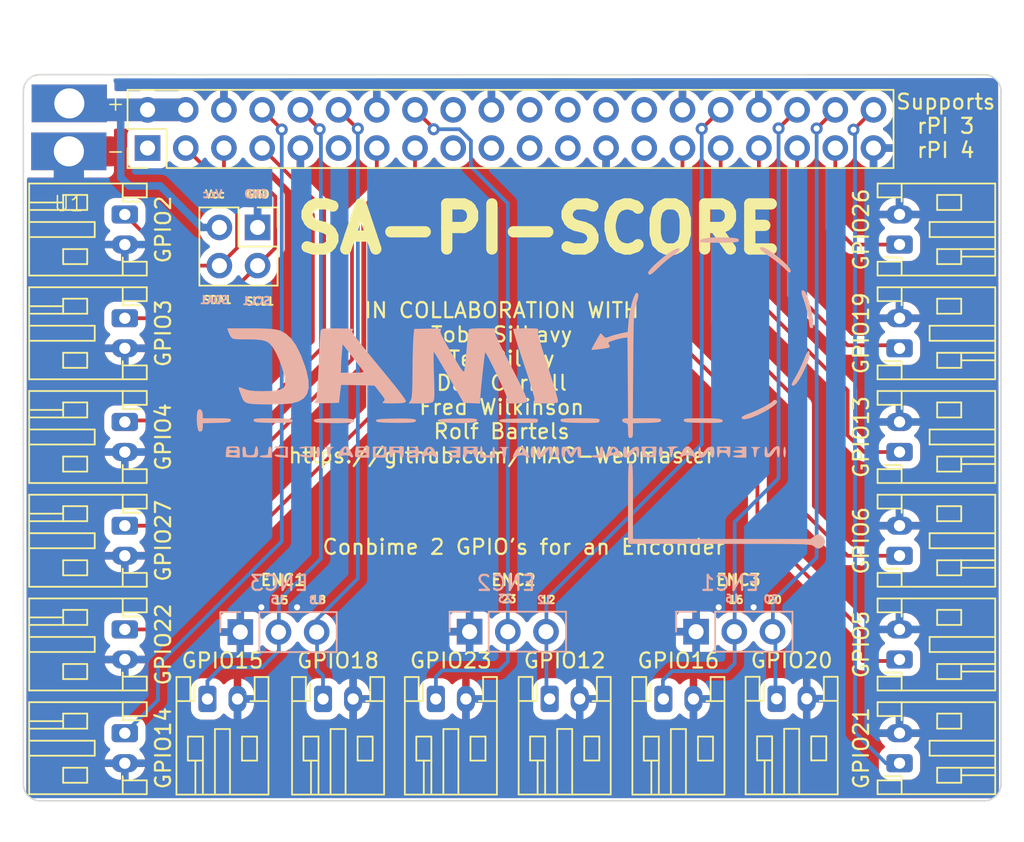
<source format=kicad_pcb>
(kicad_pcb (version 20221018) (generator pcbnew)
  (layers (0 "F.Cu" signal) (31 "B.Cu" signal) (34 "B.Paste" user) (35 "F.Paste" user) (36 "B.SilkS" user "B.Silkscreen") (37 "F.SilkS" user "F.Silkscreen") (38 "B.Mask" user) (39 "F.Mask" user) (44 "Edge.Cuts" user))
  (net 0 "")
  (net 13 "Net-(GPIO14-Pin_1)")
  (net 14 "Net-(GPIO4-Pin_1)")
  (net 15 "Net-(GPIO22-Pin_1)")
  (net 16 "Net-(GPIO27-Pin_1)")
  (net 17 "Net-(GPIO20-Pin_1)")
  (net 18 "Net-(GPIO23-Pin_1)")
  (net 19 "Net-(GPIO15-Pin_1)")
  (net 20 "Net-(GPIO18-Pin_1)")
  (net 21 "GND")
  (net 22 "Net-(GPIO12-Pin_1)")
  (net 23 "Net-(GPIO16-Pin_1)")
  (net 24 "Net-(GPIO5-Pin_1)")
  (net 25 "Net-(GPIO6-Pin_1)")
  (net 26 "Net-(GPIO13-Pin_1)")
  (net 27 "Net-(GPIO19-Pin_1)")
  (net 28 "Net-(GPIO21-Pin_1)")
  (net 29 "Net-(GPIO26-Pin_1)")
  (net 30 "Vcc")
  (net 31 "Net-(GPIO3-Pin_1)")
  (net 32 "Net-(GPIO2-Pin_1)")
  (footprint "Connector_JST:JST_PH_S2B-PH-K_1x02_P2.00mm_Horizontal" (layer "F.Cu") (at 143.625 92.525)
    (fp_text reference "GPIO23" (at 1 -2.55) (layer "F.SilkS"))
    (fp_text value "Conn_01x02_Pin")
    (pad "1" thru_hole roundrect (at 0 0) (size 1.2 1.75) (drill 0.75) (layers "*.Cu" "*.Mask") (roundrect_rratio 0.2083333333) (net 18 "Net-(GPIO23-Pin_1)"))
    (pad "2" thru_hole oval (at 2 0) (size 1.2 1.75) (drill 0.75) (layers "*.Cu" "*.Mask") (net 21 "GND"))
  )
  (footprint "Connector_JST:JST_PH_S2B-PH-K_1x02_P2.00mm_Horizontal" (layer "F.Cu") (at 158.75 92.525)
    (fp_text reference "GPIO16" (at 1 -2.55) (layer "F.SilkS"))
    (fp_text value "Conn_01x02_Pin")
    (pad "1" thru_hole roundrect (at 0 0) (size 1.2 1.75) (drill 0.75) (layers "*.Cu" "*.Mask") (roundrect_rratio 0.2083333333) (net 23 "Net-(GPIO16-Pin_1)"))
    (pad "2" thru_hole oval (at 2 0) (size 1.2 1.75) (drill 0.75) (layers "*.Cu" "*.Mask") (net 21 "GND"))
  )
  (footprint "Connector_JST:JST_PH_S2B-PH-K_1x02_P2.00mm_Horizontal" (layer "F.Cu") (at 122.95 74.1 -90)
    (fp_text reference "GPIO4" (at 1 -2.55 90) (layer "F.SilkS"))
    (fp_text value "Conn_01x02_Pin")
    (pad "1" thru_hole roundrect (at 0 0 270) (size 1.2 1.75) (drill 0.75) (layers "*.Cu" "*.Mask") (roundrect_rratio 0.2083333333) (net 14 "Net-(GPIO4-Pin_1)"))
    (pad "2" thru_hole oval (at 2 0 270) (size 1.2 1.75) (drill 0.75) (layers "*.Cu" "*.Mask") (net 21 "GND"))
  )
  (footprint "Connector_JST:JST_PH_S2B-PH-K_1x02_P2.00mm_Horizontal" (layer "F.Cu") (at 151.19 92.52)
    (fp_text reference "GPIO12" (at 1 -2.55) (layer "F.SilkS"))
    (fp_text value "Conn_01x02_Pin")
    (pad "1" thru_hole roundrect (at 0 0) (size 1.2 1.75) (drill 0.75) (layers "*.Cu" "*.Mask") (roundrect_rratio 0.2083333333) (net 22 "Net-(GPIO12-Pin_1)"))
    (pad "2" thru_hole oval (at 2 0) (size 1.2 1.75) (drill 0.75) (layers "*.Cu" "*.Mask") (net 21 "GND"))
  )
  (footprint "Connector_JST:JST_PH_S2B-PH-K_1x02_P2.00mm_Horizontal" (layer "F.Cu") (at 166.28 92.51)
    (fp_text reference "GPIO20" (at 1 -2.55) (layer "F.SilkS"))
    (fp_text value "Conn_01x02_Pin")
    (pad "1" thru_hole roundrect (at 0 0) (size 1.2 1.75) (drill 0.75) (layers "*.Cu" "*.Mask") (roundrect_rratio 0.2083333333) (net 17 "Net-(GPIO20-Pin_1)"))
    (pad "2" thru_hole oval (at 2 0) (size 1.2 1.75) (drill 0.75) (layers "*.Cu" "*.Mask") (net 21 "GND"))
  )
  (footprint "Connector_JST:JST_PH_S2B-PH-K_1x02_P2.00mm_Horizontal" (layer "F.Cu") (at 174.45 89.9 90)
    (fp_text reference "GPIO5" (at 1 -2.55 90) (layer "F.SilkS"))
    (fp_text value "Conn_01x02_Pin")
    (pad "1" thru_hole roundrect (at 0 0 90) (size 1.2 1.75) (drill 0.75) (layers "*.Cu" "*.Mask") (roundrect_rratio 0.2083333333) (net 24 "Net-(GPIO5-Pin_1)"))
    (pad "2" thru_hole oval (at 2 0 90) (size 1.2 1.75) (drill 0.75) (layers "*.Cu" "*.Mask") (net 21 "GND"))
  )
  (footprint "Connector_JST:JST_PH_S2B-PH-K_1x02_P2.00mm_Horizontal" (layer "F.Cu") (at 122.95 87.9 -90)
    (fp_text reference "GPIO22" (at 1 -2.55 90) (layer "F.SilkS"))
    (fp_text value "Conn_01x02_Pin")
    (pad "1" thru_hole roundrect (at 0 0 270) (size 1.2 1.75) (drill 0.75) (layers "*.Cu" "*.Mask") (roundrect_rratio 0.2083333333) (net 15 "Net-(GPIO22-Pin_1)"))
    (pad "2" thru_hole oval (at 2 0 270) (size 1.2 1.75) (drill 0.75) (layers "*.Cu" "*.Mask") (net 21 "GND"))
  )
  (footprint "Connector_PinHeader_2.54mm:PinHeader_2x20_P2.54mm_Vertical" (layer "F.Cu") (at 124.46 55.88 90)
    (fp_text reference "J1" hide)
    (fp_text value "Conn_02x20_Odd_Even")
    (pad "1" thru_hole rect (at 0 0 90) (size 1.7 1.7) (drill 1) (layers "*.Cu" "*.Mask"))
    (pad "2" thru_hole oval (at 2.54 0 90) (size 1.7 1.7) (drill 1) (layers "*.Cu" "*.Mask") (net 30 "Vcc"))
    (pad "3" thru_hole oval (at 0 2.54 90) (size 1.7 1.7) (drill 1) (layers "*.Cu" "*.Mask") (net 32 "Net-(GPIO2-Pin_1)"))
    (pad "4" thru_hole oval (at 2.54 2.54 90) (size 1.7 1.7) (drill 1) (layers "*.Cu" "*.Mask") (net 30 "Vcc"))
    (pad "5" thru_hole oval (at 0 5.08 90) (size 1.7 1.7) (drill 1) (layers "*.Cu" "*.Mask") (net 31 "Net-(GPIO3-Pin_1)"))
    (pad "6" thru_hole oval (at 2.54 5.08 90) (size 1.7 1.7) (drill 1) (layers "*.Cu" "*.Mask") (net 21 "GND"))
    (pad "7" thru_hole oval (at 0 7.62 90) (size 1.7 1.7) (drill 1) (layers "*.Cu" "*.Mask") (net 14 "Net-(GPIO4-Pin_1)"))
    (pad "8" thru_hole oval (at 2.54 7.62 90) (size 1.7 1.7) (drill 1) (layers "*.Cu" "*.Mask") (net 13 "Net-(GPIO14-Pin_1)"))
    (pad "9" thru_hole oval (at 0 10.16 90) (size 1.7 1.7) (drill 1) (layers "*.Cu" "*.Mask") (net 21 "GND"))
    (pad "10" thru_hole oval (at 2.54 10.16 90) (size 1.7 1.7) (drill 1) (layers "*.Cu" "*.Mask") (net 19 "Net-(GPIO15-Pin_1)"))
    (pad "11" thru_hole oval (at 0 12.7 90) (size 1.7 1.7) (drill 1) (layers "*.Cu" "*.Mask"))
    (pad "12" thru_hole oval (at 2.54 12.7 90) (size 1.7 1.7) (drill 1) (layers "*.Cu" "*.Mask") (net 20 "Net-(GPIO18-Pin_1)"))
    (pad "13" thru_hole oval (at 0 15.24 90) (size 1.7 1.7) (drill 1) (layers "*.Cu" "*.Mask") (net 16 "Net-(GPIO27-Pin_1)"))
    (pad "14" thru_hole oval (at 2.54 15.24 90) (size 1.7 1.7) (drill 1) (layers "*.Cu" "*.Mask") (net 21 "GND"))
    (pad "15" thru_hole oval (at 0 17.78 90) (size 1.7 1.7) (drill 1) (layers "*.Cu" "*.Mask") (net 15 "Net-(GPIO22-Pin_1)"))
    (pad "16" thru_hole oval (at 2.54 17.78 90) (size 1.7 1.7) (drill 1) (layers "*.Cu" "*.Mask") (net 18 "Net-(GPIO23-Pin_1)"))
    (pad "17" thru_hole oval (at 0 20.32 90) (size 1.7 1.7) (drill 1) (layers "*.Cu" "*.Mask"))
    (pad "18" thru_hole oval (at 2.54 20.32 90) (size 1.7 1.7) (drill 1) (layers "*.Cu" "*.Mask"))
    (pad "19" thru_hole oval (at 0 22.86 90) (size 1.7 1.7) (drill 1) (layers "*.Cu" "*.Mask"))
    (pad "20" thru_hole oval (at 2.54 22.86 90) (size 1.7 1.7) (drill 1) (layers "*.Cu" "*.Mask") (net 21 "GND"))
    (pad "21" thru_hole oval (at 0 25.4 90) (size 1.7 1.7) (drill 1) (layers "*.Cu" "*.Mask"))
    (pad "22" thru_hole oval (at 2.54 25.4 90) (size 1.7 1.7) (drill 1) (layers "*.Cu" "*.Mask"))
    (pad "23" thru_hole oval (at 0 27.94 90) (size 1.7 1.7) (drill 1) (layers "*.Cu" "*.Mask"))
    (pad "24" thru_hole oval (at 2.54 27.94 90) (size 1.7 1.7) (drill 1) (layers "*.Cu" "*.Mask"))
    (pad "25" thru_hole oval (at 0 30.48 90) (size 1.7 1.7) (drill 1) (layers "*.Cu" "*.Mask") (net 21 "GND"))
    (pad "26" thru_hole oval (at 2.54 30.48 90) (size 1.7 1.7) (drill 1) (layers "*.Cu" "*.Mask"))
    (pad "27" thru_hole oval (at 0 33.02 90) (size 1.7 1.7) (drill 1) (layers "*.Cu" "*.Mask"))
    (pad "28" thru_hole oval (at 2.54 33.02 90) (size 1.7 1.7) (drill 1) (layers "*.Cu" "*.Mask"))
    (pad "29" thru_hole oval (at 0 35.56 90) (size 1.7 1.7) (drill 1) (layers "*.Cu" "*.Mask") (net 24 "Net-(GPIO5-Pin_1)"))
    (pad "30" thru_hole oval (at 2.54 35.56 90) (size 1.7 1.7) (drill 1) (layers "*.Cu" "*.Mask") (net 21 "GND"))
    (pad "31" thru_hole oval (at 0 38.1 90) (size 1.7 1.7) (drill 1) (layers "*.Cu" "*.Mask") (net 25 "Net-(GPIO6-Pin_1)"))
    (pad "32" thru_hole oval (at 2.54 38.1 90) (size 1.7 1.7) (drill 1) (layers "*.Cu" "*.Mask") (net 22 "Net-(GPIO12-Pin_1)"))
    (pad "33" thru_hole oval (at 0 40.64 90) (size 1.7 1.7) (drill 1) (layers "*.Cu" "*.Mask") (net 26 "Net-(GPIO13-Pin_1)"))
    (pad "34" thru_hole oval (at 2.54 40.64 90) (size 1.7 1.7) (drill 1) (layers "*.Cu" "*.Mask") (net 21 "GND"))
    (pad "35" thru_hole oval (at 0 43.18 90) (size 1.7 1.7) (drill 1) (layers "*.Cu" "*.Mask") (net 27 "Net-(GPIO19-Pin_1)"))
    (pad "36" thru_hole oval (at 2.54 43.18 90) (size 1.7 1.7) (drill 1) (layers "*.Cu" "*.Mask") (net 23 "Net-(GPIO16-Pin_1)"))
    (pad "37" thru_hole oval (at 0 45.72 90) (size 1.7 1.7) (drill 1) (layers "*.Cu" "*.Mask") (net 29 "Net-(GPIO26-Pin_1)"))
    (pad "38" thru_hole oval (at 2.54 45.72 90) (size 1.7 1.7) (drill 1) (layers "*.Cu" "*.Mask") (net 17 "Net-(GPIO20-Pin_1)"))
    (pad "39" thru_hole oval (at 0 48.26 90) (size 1.7 1.7) (drill 1) (layers "*.Cu" "*.Mask") (net 21 "GND"))
    (pad "40" thru_hole oval (at 2.54 48.26 90) (size 1.7 1.7) (drill 1) (layers "*.Cu" "*.Mask") (net 28 "Net-(GPIO21-Pin_1)"))
  )
  (footprint "Connector_JST:JST_PH_S2B-PH-K_1x02_P2.00mm_Horizontal" (layer "F.Cu") (at 122.95 60.3 -90)
    (fp_text reference "GPIO2" (at 1 -2.55 90) (layer "F.SilkS"))
    (fp_text value "Conn_01x02_Pin")
    (pad "1" thru_hole roundrect (at 0 0 270) (size 1.2 1.75) (drill 0.75) (layers "*.Cu" "*.Mask") (roundrect_rratio 0.2083333333) (net 32 "Net-(GPIO2-Pin_1)"))
    (pad "2" thru_hole oval (at 2 0 270) (size 1.2 1.75) (drill 0.75) (layers "*.Cu" "*.Mask") (net 21 "GND"))
  )
  (footprint "Connector_JST:JST_PH_S2B-PH-K_1x02_P2.00mm_Horizontal" (layer "F.Cu") (at 174.45 96.8 90)
    (fp_text reference "GPIO21" (at 1 -2.55 90) (layer "F.SilkS"))
    (fp_text value "Conn_01x02_Pin")
    (pad "1" thru_hole roundrect (at 0 0 90) (size 1.2 1.75) (drill 0.75) (layers "*.Cu" "*.Mask") (roundrect_rratio 0.2083333333) (net 28 "Net-(GPIO21-Pin_1)"))
    (pad "2" thru_hole oval (at 2 0 90) (size 1.2 1.75) (drill 0.75) (layers "*.Cu" "*.Mask") (net 21 "GND"))
  )
  (footprint "Connector_JST:JST_PH_S2B-PH-K_1x02_P2.00mm_Horizontal" (layer "F.Cu") (at 136.125 92.525)
    (fp_text reference "GPIO18" (at 1 -2.55) (layer "F.SilkS"))
    (fp_text value "Conn_01x02_Pin")
    (pad "1" thru_hole roundrect (at 0 0) (size 1.2 1.75) (drill 0.75) (layers "*.Cu" "*.Mask") (roundrect_rratio 0.2083333333) (net 20 "Net-(GPIO18-Pin_1)"))
    (pad "2" thru_hole oval (at 2 0) (size 1.2 1.75) (drill 0.75) (layers "*.Cu" "*.Mask") (net 21 "GND"))
  )
  (footprint "Connector_PinHeader_2.54mm:PinHeader_2x02_P2.54mm_Vertical" (layer "F.Cu") (at 131.775 61.16 -90)
    (fp_text reference "J2" hide)
    (fp_text value "Conn_02x02_Odd_Even")
    (pad "1" thru_hole rect (at 0 0 270) (size 1.7 1.7) (drill 1) (layers "*.Cu" "*.Mask") (net 21 "GND"))
    (pad "2" thru_hole oval (at 2.54 0 270) (size 1.7 1.7) (drill 1) (layers "*.Cu" "*.Mask") (net 31 "Net-(GPIO3-Pin_1)"))
    (pad "3" thru_hole oval (at 0 2.54 270) (size 1.7 1.7) (drill 1) (layers "*.Cu" "*.Mask") (net 30 "Vcc"))
    (pad "4" thru_hole oval (at 2.54 2.54 270) (size 1.7 1.7) (drill 1) (layers "*.Cu" "*.Mask") (net 32 "Net-(GPIO2-Pin_1)"))
  )
  (footprint "Connector_JST:JST_PH_S2B-PH-K_1x02_P2.00mm_Horizontal" (layer "F.Cu") (at 122.95 94.8 -90)
    (fp_text reference "GPIO14" (at 1 -2.55 90) (layer "F.SilkS"))
    (fp_text value "Conn_01x02_Pin")
    (pad "1" thru_hole roundrect (at 0 0 270) (size 1.2 1.75) (drill 0.75) (layers "*.Cu" "*.Mask") (roundrect_rratio 0.2083333333) (net 13 "Net-(GPIO14-Pin_1)"))
    (pad "2" thru_hole oval (at 2 0 270) (size 1.2 1.75) (drill 0.75) (layers "*.Cu" "*.Mask") (net 21 "GND"))
  )
  (footprint "Connector_JST:JST_PH_S2B-PH-K_1x02_P2.00mm_Horizontal" (layer "F.Cu") (at 174.45 62.3 90)
    (fp_text reference "GPIO26" (at 1 -2.55 90) (layer "F.SilkS"))
    (fp_text value "Conn_01x02_Pin")
    (pad "1" thru_hole roundrect (at 0 0 90) (size 1.2 1.75) (drill 0.75) (layers "*.Cu" "*.Mask") (roundrect_rratio 0.2083333333) (net 29 "Net-(GPIO26-Pin_1)"))
    (pad "2" thru_hole oval (at 2 0 90) (size 1.2 1.75) (drill 0.75) (layers "*.Cu" "*.Mask") (net 21 "GND"))
  )
  (footprint "Connector_JST:JST_PH_S2B-PH-K_1x02_P2.00mm_Horizontal" (layer "F.Cu") (at 174.45 83 90)
    (fp_text reference "GPIO6" (at 1 -2.55 90) (layer "F.SilkS"))
    (fp_text value "Conn_01x02_Pin")
    (pad "1" thru_hole roundrect (at 0 0 90) (size 1.2 1.75) (drill 0.75) (layers "*.Cu" "*.Mask") (roundrect_rratio 0.2083333333) (net 25 "Net-(GPIO6-Pin_1)"))
    (pad "2" thru_hole oval (at 2 0 90) (size 1.2 1.75) (drill 0.75) (layers "*.Cu" "*.Mask") (net 21 "GND"))
  )
  (footprint "Connector_JST:JST_PH_S2B-PH-K_1x02_P2.00mm_Horizontal" (layer "F.Cu") (at 128.44 92.525)
    (fp_text reference "GPIO15" (at 1 -2.55) (layer "F.SilkS"))
    (fp_text value "Conn_01x02_Pin")
    (pad "1" thru_hole roundrect (at 0 0) (size 1.2 1.75) (drill 0.75) (layers "*.Cu" "*.Mask") (roundrect_rratio 0.2083333333) (net 19 "Net-(GPIO15-Pin_1)"))
    (pad "2" thru_hole oval (at 2 0) (size 1.2 1.75) (drill 0.75) (layers "*.Cu" "*.Mask") (net 21 "GND"))
  )
  (footprint "Connector_JST:JST_PH_S2B-PH-K_1x02_P2.00mm_Horizontal" (layer "F.Cu") (at 174.45 69.2 90)
    (fp_text reference "GPIO19" (at 1 -2.55 90) (layer "F.SilkS"))
    (fp_text value "Conn_01x02_Pin")
    (pad "1" thru_hole roundrect (at 0 0 90) (size 1.2 1.75) (drill 0.75) (layers "*.Cu" "*.Mask") (roundrect_rratio 0.2083333333) (net 27 "Net-(GPIO19-Pin_1)"))
    (pad "2" thru_hole oval (at 2 0 90) (size 1.2 1.75) (drill 0.75) (layers "*.Cu" "*.Mask") (net 21 "GND"))
  )
  (footprint "Connector_JST:JST_PH_S2B-PH-K_1x02_P2.00mm_Horizontal" (layer "F.Cu") (at 174.45 76.1 90)
    (fp_text reference "GPIO13" (at 1 -2.55 90) (layer "F.SilkS"))
    (fp_text value "Conn_01x02_Pin")
    (pad "1" thru_hole roundrect (at 0 0 90) (size 1.2 1.75) (drill 0.75) (layers "*.Cu" "*.Mask") (roundrect_rratio 0.2083333333) (net 26 "Net-(GPIO13-Pin_1)"))
    (pad "2" thru_hole oval (at 2 0 90) (size 1.2 1.75) (drill 0.75) (layers "*.Cu" "*.Mask") (net 21 "GND"))
  )
  (footprint "Connector_JST:JST_PH_S2B-PH-K_1x02_P2.00mm_Horizontal" (layer "F.Cu") (at 122.95 81 -90)
    (fp_text reference "GPIO27" (at 1 -2.55 90) (layer "F.SilkS"))
    (fp_text value "Conn_01x02_Pin")
    (pad "1" thru_hole roundrect (at 0 0 270) (size 1.2 1.75) (drill 0.75) (layers "*.Cu" "*.Mask") (roundrect_rratio 0.2083333333) (net 16 "Net-(GPIO27-Pin_1)"))
    (pad "2" thru_hole oval (at 2 0 270) (size 1.2 1.75) (drill 0.75) (layers "*.Cu" "*.Mask") (net 21 "GND"))
  )
  (footprint "Connector_JST:JST_PH_S2B-PH-K_1x02_P2.00mm_Horizontal" (layer "F.Cu") (at 122.95 67.2 -90)
    (fp_text reference "GPIO3" (at 1 -2.55 90) (layer "F.SilkS"))
    (fp_text value "Conn_01x02_Pin")
    (pad "1" thru_hole roundrect (at 0 0 270) (size 1.2 1.75) (drill 0.75) (layers "*.Cu" "*.Mask") (roundrect_rratio 0.2083333333) (net 31 "Net-(GPIO3-Pin_1)"))
    (pad "2" thru_hole oval (at 2 0 270) (size 1.2 1.75) (drill 0.75) (layers "*.Cu" "*.Mask") (net 21 "GND"))
  )
  (footprint "1_My_Custom_Library:Solder_Pads" (layer "F.Cu") (at 119.23 60.08)
    (fp_text reference "U1" (at 0 -0.5 unlocked) (layer "F.SilkS") (effects (font (thickness 0.1))))
    (fp_text value "~" hide)
    (fp_text user "-" (at 2.42 -3.43 unlocked) (layer "F.SilkS") (effects (font (thickness 0.1)) (justify left bottom)))
    (fp_text user "+" (at 2.42 -6.59 unlocked) (layer "F.SilkS") (effects (font (thickness 0.1)) (justify left bottom)))
    (pad "1" thru_hole rect (at 0.03 -7.17) (size 5 2.5) (drill 2) (layers "*.Cu" "*.Mask") (net 30 "Vcc"))
    (pad "2" thru_hole rect (at 0 -3.98) (size 5 2.5) (drill 2) (layers "*.Cu" "*.Mask") (net 21 "GND"))
  )
  (footprint "Connector_PinHeader_2.54mm:PinHeader_1x03_P2.54mm_Vertical" (layer "B.Cu") (at 160.925 88.05 -90)
    (fp_text reference "J5" hide)
    (fp_text value "Conn_01x03_Pin")
    (pad "1" thru_hole rect (at 0 0 270) (size 1.7 1.7) (drill 1) (layers "*.Cu" "*.Mask") (net 21 "GND"))
    (pad "2" thru_hole oval (at 0 -2.54 270) (size 1.7 1.7) (drill 1) (layers "*.Cu" "*.Mask") (net 23 "Net-(GPIO16-Pin_1)"))
    (pad "3" thru_hole oval (at 0 -5.08 270) (size 1.7 1.7) (drill 1) (layers "*.Cu" "*.Mask") (net 17 "Net-(GPIO20-Pin_1)"))
  )
  (footprint "Connector_PinHeader_2.54mm:PinHeader_1x03_P2.54mm_Vertical" (layer "B.Cu") (at 145.87 88.05 -90)
    (fp_text reference "J4" hide)
    (fp_text value "Conn_01x03_Pin")
    (pad "1" thru_hole rect (at 0 0 270) (size 1.7 1.7) (drill 1) (layers "*.Cu" "*.Mask") (net 21 "GND"))
    (pad "2" thru_hole oval (at 0 -2.54 270) (size 1.7 1.7) (drill 1) (layers "*.Cu" "*.Mask") (net 18 "Net-(GPIO23-Pin_1)"))
    (pad "3" thru_hole oval (at 0 -5.08 270) (size 1.7 1.7) (drill 1) (layers "*.Cu" "*.Mask") (net 22 "Net-(GPIO12-Pin_1)"))
  )
  (footprint "Connector_PinHeader_2.54mm:PinHeader_1x03_P2.54mm_Vertical" (layer "B.Cu") (at 130.625 88.075 -90)
    (fp_text reference "J3" hide)
    (fp_text value "Conn_01x03_Pin")
    (pad "1" thru_hole rect (at 0 0 270) (size 1.7 1.7) (drill 1) (layers "*.Cu" "*.Mask") (net 21 "GND"))
    (pad "2" thru_hole oval (at 0 -2.54 270) (size 1.7 1.7) (drill 1) (layers "*.Cu" "*.Mask") (net 19 "Net-(GPIO15-Pin_1)"))
    (pad "3" thru_hole oval (at 0 -5.08 270) (size 1.7 1.7) (drill 1) (layers "*.Cu" "*.Mask") (net 20 "Net-(GPIO18-Pin_1)"))
  )
  (footprint "Graphics:imac" (layer "B.Cu") (at 148.7 72.05 180)
    (fp_text reference "G***" hide)
    (fp_text value "LOGO" hide)
  )
  (gr_arc (start 117.314889 99.295111) (mid 116.53 98.97) (end 116.204889 98.185111) (stroke (width 0.1)) (layer "Edge.Cuts"))
  (gr_line (start 116.204889 52.104889) (end 116.204889 98.185111) (stroke (width 0.1)) (layer "Edge.Cuts"))
  (gr_line (start 180.085111 51.004889) (end 117.314889 50.994889) (stroke (width 0.1)) (layer "Edge.Cuts"))
  (gr_line (start 117.314889 99.295111) (end 180.085111 99.295111) (stroke (width 0.1)) (layer "Edge.Cuts"))
  (gr_arc (start 180.085111 51.004889) (mid 180.87 51.33) (end 181.195111 52.114889) (stroke (width 0.1)) (layer "Edge.Cuts"))
  (gr_arc (start 116.204889 52.104889) (mid 116.53 51.32) (end 117.314889 50.994889) (stroke (width 0.1)) (layer "Edge.Cuts"))
  (gr_line (start 181.195111 98.185111) (end 181.195111 52.114889) (stroke (width 0.1)) (layer "Edge.Cuts"))
  (gr_arc (start 181.195111 98.185111) (mid 180.87 98.97) (end 180.085111 99.295111) (stroke (width 0.1)) (layer "Edge.Cuts"))
  (gr_text "GND" (at 132.51 59.23) (layer "B.SilkS") (effects (font (size 0.5 0.5) (thickness 0.125)) (justify left bottom mirror)))
  (gr_text "18" (at 136.25 86.24) (layer "B.SilkS") (effects (font (size 0.5 0.5) (thickness 0.125)) (justify left bottom mirror)))
  (gr_text "ENC1" (at 165.225 85.4) (layer "B.SilkS") (effects (font (size 1 1)) (justify left bottom mirror)))
  (gr_text "12" (at 151.4 86.23) (layer "B.SilkS") (effects (font (size 0.5 0.5) (thickness 0.125)) (justify left bottom mirror)))
  (gr_text "SCL1" (at 132.72 66.34) (layer "B.SilkS") (effects (font (size 0.5 0.5) (thickness 0.125)) (justify left bottom mirror)))
  (gr_text "23" (at 148.81 86.14) (layer "B.SilkS") (effects (font (size 0.5 0.5) (thickness 0.125)) (justify left bottom mirror)))
  (gr_text "16" (at 163.91 86.14) (layer "B.SilkS") (effects (font (size 0.5 0.5) (thickness 0.125)) (justify left bottom mirror)))
  (gr_text "ENC2" (at 150.35 85.4) (layer "B.SilkS") (effects (font (size 1 1)) (justify left bottom mirror)))
  (gr_text "SDA1" (at 129.92 66.28) (layer "B.SilkS") (effects (font (size 0.5 0.5) (thickness 0.125)) (justify left bottom mirror)))
  (gr_text "ENC3" (at 135.25 85.4) (layer "B.SilkS") (effects (font (size 1 1)) (justify left bottom mirror)))
  (gr_text "15" (at 133.69 86.21) (layer "B.SilkS") (effects (font (size 0.5 0.5) (thickness 0.125)) (justify left bottom mirror)))
  (gr_text "Vcc" (at 129.49 59.23) (layer "B.SilkS") (effects (font (size 0.5 0.5) (thickness 0.125)) (justify left bottom mirror)))
  (gr_text "20" (at 166.46 86.18) (layer "B.SilkS") (effects (font (size 0.5 0.5) (thickness 0.125)) (justify left bottom mirror)))
  (gr_text "ENC3" (at 162.175 85.05) (layer "F.SilkS") (effects (font (size 0.75 0.75)) (justify left bottom)))
  (gr_text "GND" (at 130.95 59.25) (layer "F.SilkS") (effects (font (size 0.5 0.5) (thickness 0.125)) (justify left bottom)))
  (gr_text "18" (at 135.275 86.225) (layer "F.SilkS") (effects (font (size 0.5 0.5) (thickness 0.125)) (justify left bottom)))
  (gr_text "Vcc" (at 128.225 59.25) (layer "F.SilkS") (effects (font (size 0.5 0.5) (thickness 0.125)) (justify left bottom)))
  (gr_text "SDA1" (at 128.075 66.275) (layer "F.SilkS") (effects (font (size 0.5 0.5) (thickness 0.125)) (justify left bottom)))
  (gr_text "20" (at 165.575 86.225) (layer "F.SilkS") (effects (font (size 0.5 0.5) (thickness 0.125)) (justify left bottom)))
  (gr_text "ENC1" (at 131.9 85.05) (layer "F.SilkS") (effects (font (size 0.75 0.75)) (justify left bottom)))
  (gr_text "15" (at 132.775 86.25) (layer "F.SilkS") (effects (font (size 0.5 0.5) (thickness 0.125)) (justify left bottom)))
  (gr_text "Conbime 2 GPIO's for an Enconder" (at 136 83) (layer "F.SilkS") (effects (font (size 1 1)) (justify left bottom)))
  (gr_text "16\n" (at 163.025 86.225) (layer "F.SilkS") (effects (font (size 0.5 0.5) (thickness 0.125)) (justify left bottom)))
  (gr_text "12" (at 150.525 86.225) (layer "F.SilkS") (effects (font (size 0.5 0.5) (thickness 0.125)) (justify left bottom)))
  (gr_text "IN COLLABORATION WITH\nToby Silhavy\nTej Pillay\nDan Carroll\nFred Wilkinson\nRolf Bartels\nhttps://github.com/IMAC-Webmaster" (at 148 76.92) (layer "F.SilkS") (effects (font (size 1 1)) (justify bottom)))
  (gr_text "Supports\nrPI 3\nrPI 4" (at 177.52 56.61) (layer "F.SilkS") (effects (font (size 1 1)) (justify bottom)))
  (gr_text "ENC2" (at 147.225 85.05) (layer "F.SilkS") (effects (font (size 0.75 0.75)) (justify left bottom)))
  (gr_text "SCL1" (at 130.925 66.375) (layer "F.SilkS") (effects (font (size 0.5 0.5) (thickness 0.125)) (justify left bottom)))
  (gr_text "23" (at 147.925 86.175) (layer "F.SilkS") (effects (font (size 0.5 0.5) (thickness 0.125)) (justify left bottom)))
  (gr_text "SA-PI-SCORE" (at 134 63) (layer "F.SilkS") (effects (font (size 3 3) (thickness 0.75) bold) (justify left bottom)))
  (segment (start 132.08 53.34) (end 133.38 54.64) (width 0.25) (layer "F.Cu") (net 13))
  (segment (start 133.38 54.64) (end 133.38 54.65) (width 0.25) (layer "F.Cu") (net 13))
  (via (at 133.38 54.65) (size 0.8) (drill 0.4) (layers "F.Cu" "B.Cu") (net 13))
  (segment (start 133.38 54.65) (end 133.38 82.05) (width 0.25) (layer "B.Cu") (net 13))
  (segment (start 125.15 90.28) (end 125.15 92.6) (width 0.25) (layer "B.Cu") (net 13))
  (segment (start 133.38 82.05) (end 125.15 90.28) (width 0.25) (layer "B.Cu") (net 13))
  (segment (start 125.15 92.6) (end 122.95 94.8) (width 0.25) (layer "B.Cu") (net 13))
  (segment (start 132.08 55.88) (end 136.2 60) (width 0.25) (layer "F.Cu") (net 14))
  (segment (start 136.2 69.025) (end 131.225 74) (width 0.25) (layer "F.Cu") (net 14))
  (segment (start 136.2 60) (end 136.2 69.025) (width 0.25) (layer "F.Cu") (net 14))
  (segment (start 131.225 74) (end 123.05 74) (width 0.25) (layer "F.Cu") (net 14))
  (segment (start 123.05 74) (end 122.95 74.1) (width 0.25) (layer "F.Cu") (net 14))
  (segment (start 139.625 61.505) (end 139.625 73.375) (width 0.25) (layer "F.Cu") (net 15))
  (segment (start 142.24 58.89) (end 139.625 61.505) (width 0.25) (layer "F.Cu") (net 15))
  (segment (start 139.625 73.375) (end 125.1 87.9) (width 0.25) (layer "F.Cu") (net 15))
  (segment (start 125.1 87.9) (end 122.95 87.9) (width 0.25) (layer "F.Cu") (net 15))
  (segment (start 142.24 55.88) (end 142.24 58.89) (width 0.25) (layer "F.Cu") (net 15))
  (segment (start 139.7 55.88) (end 139.7 58.925) (width 0.25) (layer "F.Cu") (net 16))
  (segment (start 138.05 69.95) (end 127 81) (width 0.25) (layer "F.Cu") (net 16))
  (segment (start 138.05 60.575) (end 138.05 69.95) (width 0.25) (layer "F.Cu") (net 16))
  (segment (start 139.7 58.925) (end 138.05 60.575) (width 0.25) (layer "F.Cu") (net 16))
  (segment (start 127 81) (end 122.95 81) (width 0.25) (layer "F.Cu") (net 16))
  (segment (start 170.18 53.34) (end 168.94 54.58) (width 0.25) (layer "F.Cu") (net 17))
  (via (at 168.94 54.58) (size 0.8) (drill 0.4) (layers "F.Cu" "B.Cu") (net 17))
  (segment (start 166.03 88.025) (end 166.005 88.05) (width 0.25) (layer "B.Cu") (net 17))
  (segment (start 166.005 88.05) (end 166.2 88.245) (width 0.25) (layer "B.Cu") (net 17))
  (segment (start 166.2 92.43) (end 166.28 92.51) (width 0.25) (layer "B.Cu") (net 17))
  (segment (start 166.03 86.03) (end 166.03 88.025) (width 0.25) (layer "B.Cu") (net 17))
  (segment (start 166.2 88.245) (end 166.2 92.43) (width 0.25) (layer "B.Cu") (net 17))
  (segment (start 168.94 83.12) (end 166.03 86.03) (width 0.25) (layer "B.Cu") (net 17))
  (segment (start 168.94 54.58) (end 168.94 83.12) (width 0.25) (layer "B.Cu") (net 17))
  (segment (start 142.24 53.34) (end 143.48 54.58) (width 0.25) (layer "F.Cu") (net 18))
  (segment (start 143.48 54.58) (end 143.48 54.63) (width 0.25) (layer "F.Cu") (net 18))
  (via (at 143.48 54.63) (size 0.8) (drill 0.4) (layers "F.Cu" "B.Cu") (net 18))
  (segment (start 145.955 57.105) (end 148.41 59.56) (width 0.25) (layer "B.Cu") (net 18))
  (segment (start 148.41 59.56) (end 148.41 90.04) (width 0.25) (layer "B.Cu") (net 18))
  (segment (start 147.825 90.625) (end 144.05 90.625) (width 0.25) (layer "B.Cu") (net 18))
  (segment (start 145.191701 54.63) (end 145.955 55.393299) (width 0.25) (layer "B.Cu") (net 18))
  (segment (start 144.05 90.625) (end 143.63 91.045) (width 0.25) (layer "B.Cu") (net 18))
  (segment (start 143.48 54.63) (end 145.191701 54.63) (width 0.25) (layer "B.Cu") (net 18))
  (segment (start 145.955 55.393299) (end 145.955 57.105) (width 0.25) (layer "B.Cu") (net 18))
  (segment (start 143.63 91.045) (end 143.63 92.54) (width 0.25) (layer "B.Cu") (net 18))
  (segment (start 148.41 90.04) (end 147.825 90.625) (width 0.25) (layer "B.Cu") (net 18))
  (segment (start 135.9 54.62) (end 135.9 54.63) (width 0.25) (layer "F.Cu") (net 19))
  (segment (start 134.62 53.34) (end 135.9 54.62) (width 0.25) (layer "F.Cu") (net 19))
  (via (at 135.9 54.63) (size 0.8) (drill 0.4) (layers "F.Cu" "B.Cu") (net 19))
  (segment (start 128.44 91.335) (end 129.35 90.425) (width 0.25) (layer "B.Cu") (net 19))
  (segment (start 133.19 89.31) (end 133.19 85.985) (width 0.25) (layer "B.Cu") (net 19))
  (segment (start 135.985 83.19) (end 135.985 54.715) (width 0.25) (layer "B.Cu") (net 19))
  (segment (start 135.985 54.715) (end 135.9 54.63) (width 0.25) (layer "B.Cu") (net 19))
  (segment (start 128.44 92.55) (end 128.44 91.335) (width 0.25) (layer "B.Cu") (net 19))
  (segment (start 129.35 90.425) (end 132.075 90.425) (width 0.25) (layer "B.Cu") (net 19))
  (segment (start 132.075 90.425) (end 133.19 89.31) (width 0.25) (layer "B.Cu") (net 19))
  (segment (start 133.19 85.985) (end 135.985 83.19) (width 0.25) (layer "B.Cu") (net 19))
  (segment (start 137.16 53.34) (end 138.41 54.59) (width 0.25) (layer "F.Cu") (net 20))
  (segment (start 138.41 54.59) (end 138.44 54.59) (width 0.25) (layer "F.Cu") (net 20))
  (via (at 138.44 54.59) (size 0.8) (drill 0.4) (layers "F.Cu" "B.Cu") (net 20))
  (segment (start 136.125 90.975) (end 135.73 90.58) (width 0.25) (layer "B.Cu") (net 20))
  (segment (start 135.73 90.58) (end 135.73 87.23) (width 0.25) (layer "B.Cu") (net 20))
  (segment (start 138.44 84.52) (end 138.44 54.59) (width 0.25) (layer "B.Cu") (net 20))
  (segment (start 136.125 92.525) (end 136.125 90.975) (width 0.25) (layer "B.Cu") (net 20))
  (segment (start 135.73 87.23) (end 138.44 84.52) (width 0.25) (layer "B.Cu") (net 20))
  (segment (start 134.3 86.65) (end 134.325 86.625) (width 0.25) (layer "F.Cu") (net 21))
  (segment (start 164.65 86.05) (end 162.35 86.05) (width 0.25) (layer "F.Cu") (net 21))
  (segment (start 162.35 86.05) (end 162.325 86.075) (width 0.25) (layer "F.Cu") (net 21))
  (segment (start 172.72 55.88) (end 172.12 55.88) (width 0.5) (layer "F.Cu") (net 21))
  (segment (start 131.95 86.65) (end 134.3 86.65) (width 0.25) (layer "F.Cu") (net 21))
  (segment (start 119.23 56.1) (end 119.23 58.27) (width 2) (layer "F.Cu") (net 21))
  (segment (start 174.07 60.3) (end 174.45 60.3) (width 0.5) (layer "F.Cu") (net 21))
  (segment (start 134.62 55.88) (end 134.62 56.38) (width 0.25) (layer "F.Cu") (net 21))
  (segment (start 119.23 58.27) (end 119.225 58.275) (width 2) (layer "F.Cu") (net 21))
  (segment (start 119.23 56.1) (end 122 56.1) (width 2) (layer "F.Cu") (net 21))
  (via (at 134.4 86.425) (size 0.8) (drill 0.4) (layers "F.Cu" "B.Cu") (net 21))
  (via (at 162.425 86.425) (size 0.8) (drill 0.4) (layers "F.Cu" "B.Cu") (net 21))
  (via (at 132.025 86.425) (size 0.8) (drill 0.4) (layers "F.Cu" "B.Cu") (net 21))
  (via (at 164.75 86.425) (size 0.8) (drill 0.4) (layers "F.Cu" "B.Cu") (net 21))
  (segment (start 119.23 58.32) (end 119.225 58.325) (width 2) (layer "B.Cu") (net 21))
  (segment (start 119.23 56.1) (end 119.23 58.32) (width 2) (layer "B.Cu") (net 21))
  (segment (start 162.56 53.34) (end 161.3 54.6) (width 0.25) (layer "F.Cu") (net 22))
  (via (at 161.3 54.6) (size 0.8) (drill 0.4) (layers "F.Cu" "B.Cu") (net 22))
  (segment (start 150.975 88.85) (end 150.975 92.305) (width 0.25) (layer "B.Cu") (net 22))
  (segment (start 150.975 92.305) (end 151.19 92.52) (width 0.25) (layer "B.Cu") (net 22))
  (segment (start 161.3 75.575) (end 150.975 85.9) (width 0.25) (layer "B.Cu") (net 22))
  (segment (start 161.3 54.6) (end 161.3 75.575) (width 0.25) (layer "B.Cu") (net 22))
  (segment (start 150.975 85.9) (end 150.975 88.85) (width 0.25) (layer "B.Cu") (net 22))
  (segment (start 151.19 92.52) (end 150.925 92.255) (width 0.25) (layer "B.Cu") (net 22))
  (segment (start 167.64 53.34) (end 166.41 54.57) (width 0.25) (layer "F.Cu") (net 23))
  (via (at 166.41 54.57) (size 0.8) (drill 0.4) (layers "F.Cu" "B.Cu") (net 23))
  (segment (start 166.41 77.84) (end 166.41 54.57) (width 0.25) (layer "B.Cu") (net 23))
  (segment (start 163.49 90.16) (end 163.49 88.85) (width 0.25) (layer "B.Cu") (net 23))
  (segment (start 158.72 92.55) (end 158.72 91.28) (width 0.25) (layer "B.Cu") (net 23))
  (segment (start 163.49 80.76) (end 166.41 77.84) (width 0.25) (layer "B.Cu") (net 23))
  (segment (start 162.975 90.675) (end 163.49 90.16) (width 0.25) (layer "B.Cu") (net 23))
  (segment (start 158.72 91.28) (end 159.325 90.675) (width 0.25) (layer "B.Cu") (net 23))
  (segment (start 159.325 90.675) (end 162.975 90.675) (width 0.25) (layer "B.Cu") (net 23))
  (segment (start 163.49 88.85) (end 163.49 80.76) (width 0.25) (layer "B.Cu") (net 23))
  (segment (start 160.02 69.02) (end 165 74) (width 0.25) (layer "F.Cu") (net 24))
  (segment (start 165 81) (end 172 88) (width 0.25) (layer "F.Cu") (net 24))
  (segment (start 160.02 55.88) (end 160.02 69.02) (width 0.25) (layer "F.Cu") (net 24))
  (segment (start 165 74) (end 165 81) (width 0.25) (layer "F.Cu") (net 24))
  (segment (start 174.35 90) (end 174.45 89.9) (width 0.5) (layer "F.Cu") (net 24))
  (segment (start 172 88) (end 172 90) (width 0.25) (layer "F.Cu") (net 24))
  (segment (start 172 90) (end 174.35 90) (width 0.25) (layer "F.Cu") (net 24))
  (segment (start 168 73) (end 168 80) (width 0.25) (layer "F.Cu") (net 25))
  (segment (start 168 80) (end 171 83) (width 0.25) (layer "F.Cu") (net 25))
  (segment (start 162.56 67.56) (end 168 73) (width 0.25) (layer "F.Cu") (net 25))
  (segment (start 162.56 55.88) (end 162.56 67.56) (width 0.25) (layer "F.Cu") (net 25))
  (segment (start 171 83) (end 174.45 83) (width 0.25) (layer "F.Cu") (net 25))
  (segment (start 171 75) (end 172.1 76.1) (width 0.25) (layer "F.Cu") (net 26))
  (segment (start 172.1 76.1) (end 174.45 76.1) (width 0.25) (layer "F.Cu") (net 26))
  (segment (start 171 72) (end 171 75) (width 0.25) (layer "F.Cu") (net 26))
  (segment (start 165.1 66.1) (end 171 72) (width 0.25) (layer "F.Cu") (net 26))
  (segment (start 165.1 55.88) (end 165.1 66.1) (width 0.25) (layer "F.Cu") (net 26))
  (segment (start 171 69) (end 174.25 69) (width 0.25) (layer "F.Cu") (net 27))
  (segment (start 167.64 65.64) (end 171 69) (width 0.25) (layer "F.Cu") (net 27))
  (segment (start 174.25 69) (end 174.45 69.2) (width 0.5) (layer "F.Cu") (net 27))
  (segment (start 167.64 55.88) (end 167.64 65.64) (width 0.25) (layer "F.Cu") (net 27))
  (segment (start 172.72 53.34) (end 171.4 54.66) (width 0.25) (layer "F.Cu") (net 28))
  (segment (start 171.4 54.66) (end 171.39 54.66) (width 0.25) (layer "F.Cu") (net 28))
  (via (at 171.39 54.66) (size 0.8) (drill 0.4) (layers "F.Cu" "B.Cu") (net 28))
  (segment (start 171.49 94.75) (end 173.54 96.8) (width 0.25) (layer "B.Cu") (net 28))
  (segment (start 171.39 54.66) (end 171.49 54.76) (width 0.25) (layer "B.Cu") (net 28))
  (segment (start 171.49 54.76) (end 171.49 94.75) (width 0.25) (layer "B.Cu") (net 28))
  (segment (start 173.54 96.8) (end 174.45 96.8) (width 0.25) (layer "B.Cu") (net 28))
  (segment (start 170.18 55.88) (end 170.18 61.18) (width 0.25) (layer "F.Cu") (net 29))
  (segment (start 171.3 62.3) (end 174.45 62.3) (width 0.25) (layer "F.Cu") (net 29))
  (segment (start 170.18 61.18) (end 171.3 62.3) (width 0.25) (layer "F.Cu") (net 29))
  (segment (start 124.4 53.28) (end 124.46 53.34) (width 1.5) (layer "F.Cu") (net 30))
  (segment (start 119.69 53.34) (end 119.26 52.91) (width 1.5) (layer "F.Cu") (net 30))
  (segment (start 124.46 53.34) (end 119.69 53.34) (width 1.5) (layer "F.Cu") (net 30))
  (segment (start 127 53.34) (end 124.46 53.34) (width 1.5) (layer "F.Cu") (net 30))
  (segment (start 123.25 58.4) (end 122.675 57.825) (width 0.5) (layer "B.Cu") (net 30))
  (segment (start 125.3 58.4) (end 123.25 58.4) (width 0.5) (layer "B.Cu") (net 30))
  (segment (start 122.675 57.825) (end 122.675 53.34) (width 0.5) (layer "B.Cu") (net 30))
  (segment (start 119.69 53.34) (end 119.26 52.91) (width 1.5) (layer "B.Cu") (net 30))
  (segment (start 129.235 61.16) (end 128.06 61.16) (width 0.5) (layer "B.Cu") (net 30))
  (segment (start 127 53.34) (end 122.675 53.34) (width 1.5) (layer "B.Cu") (net 30))
  (segment (start 128.06 61.16) (end 125.3 58.4) (width 0.5) (layer "B.Cu") (net 30))
  (segment (start 122.675 53.34) (end 119.69 53.34) (width 1.5) (layer "B.Cu") (net 30))
  (segment (start 129.54 55.88) (end 129.54 57.24) (width 0.25) (layer "F.Cu") (net 31))
  (segment (start 128.275 67.2) (end 122.95 67.2) (width 0.25) (layer "F.Cu") (net 31))
  (segment (start 131.575 57.725) (end 132.95 59.1) (width 0.25) (layer "F.Cu") (net 31))
  (segment (start 132.95 62.525) (end 128.275 67.2) (width 0.25) (layer "F.Cu") (net 31))
  (segment (start 132.95 59.1) (end 132.95 62.525) (width 0.25) (layer "F.Cu") (net 31))
  (segment (start 129.54 57.24) (end 130.025 57.725) (width 0.25) (layer "F.Cu") (net 31))
  (segment (start 130.025 57.725) (end 131.575 57.725) (width 0.25) (layer "F.Cu") (net 31))
  (segment (start 127 55.88) (end 130.41 59.29) (width 0.25) (layer "F.Cu") (net 32))
  (segment (start 129.235 63.7) (end 126.35 63.7) (width 0.25) (layer "F.Cu") (net 32))
  (segment (start 130.41 59.29) (end 130.41 62.525) (width 0.25) (layer "F.Cu") (net 32))
  (segment (start 126.35 63.7) (end 122.95 60.3) (width 0.25) (layer "F.Cu") (net 32))
  (segment (start 130.41 62.525) (end 129.235 63.7) (width 0.25) (layer "F.Cu") (net 32))
  (zone (net 21) (net_name "GND") (layer "F.Cu") (connect_pads (clearance 0.5)) (min_thickness 0.25) (fill yes (thermal_gap 0.5) (thermal_bridge_width 0.5))
    (polygon (pts (xy 181 51.25) (xy 116.475 51.25) (xy 116.4 99.1) (xy 181.05 99.125)))
  )
  (zone (net 21) (net_name "GND") (layer "B.Cu") (priority 1) (connect_pads (clearance 0.5)) (min_thickness 0.25) (fill yes (thermal_gap 0.5) (thermal_bridge_width 0.5))
    (polygon (pts (xy 181 51.225) (xy 116.45 51.25) (xy 116.4 99.125) (xy 181.05 99.125)))
  )
)
</source>
